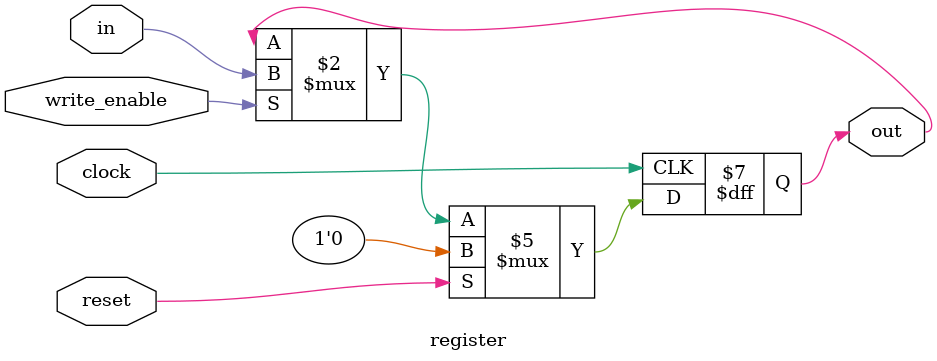
<source format=v>
module register (
    in,             // input ---> data input
    write_enable,   // input ---> write enable
    out,            // output --> data output
    clock,          // input ---> clock
    reset           // input ---> resets register
);
parameter SIZE = 1;

input [SIZE-1:0] in;
input write_enable, clock, reset;
output reg [SIZE-1:0] out;

always @(posedge clock) begin
    if (reset)
        out <= 0;
    else if (write_enable)
        out <= in;
end

endmodule
</source>
